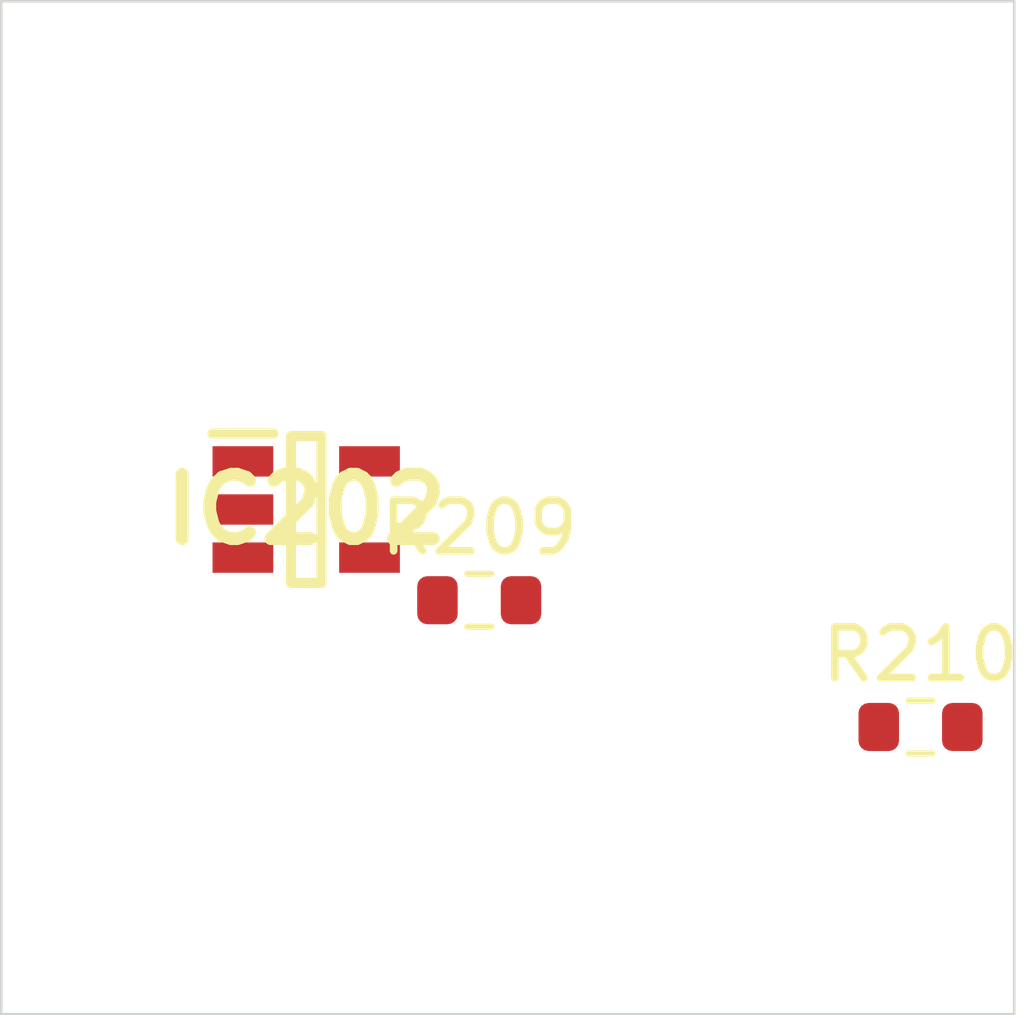
<source format=kicad_pcb>
 ( kicad_pcb  ( version 20171130 )
 ( host pcbnew 5.1.12-84ad8e8a86~92~ubuntu18.04.1 )
 ( general  ( thickness 1.6 )
 ( drawings 4 )
 ( tracks 0 )
 ( zones 0 )
 ( modules 3 )
 ( nets 5 )
)
 ( page A4 )
 ( layers  ( 0 F.Cu signal )
 ( 31 B.Cu signal )
 ( 32 B.Adhes user )
 ( 33 F.Adhes user )
 ( 34 B.Paste user )
 ( 35 F.Paste user )
 ( 36 B.SilkS user )
 ( 37 F.SilkS user )
 ( 38 B.Mask user )
 ( 39 F.Mask user )
 ( 40 Dwgs.User user )
 ( 41 Cmts.User user )
 ( 42 Eco1.User user )
 ( 43 Eco2.User user )
 ( 44 Edge.Cuts user )
 ( 45 Margin user )
 ( 46 B.CrtYd user )
 ( 47 F.CrtYd user )
 ( 48 B.Fab user )
 ( 49 F.Fab user )
)
 ( setup  ( last_trace_width 0.25 )
 ( trace_clearance 0.2 )
 ( zone_clearance 0.508 )
 ( zone_45_only no )
 ( trace_min 0.2 )
 ( via_size 0.8 )
 ( via_drill 0.4 )
 ( via_min_size 0.4 )
 ( via_min_drill 0.3 )
 ( uvia_size 0.3 )
 ( uvia_drill 0.1 )
 ( uvias_allowed no )
 ( uvia_min_size 0.2 )
 ( uvia_min_drill 0.1 )
 ( edge_width 0.05 )
 ( segment_width 0.2 )
 ( pcb_text_width 0.3 )
 ( pcb_text_size 1.5 1.5 )
 ( mod_edge_width 0.12 )
 ( mod_text_size 1 1 )
 ( mod_text_width 0.15 )
 ( pad_size 1.524 1.524 )
 ( pad_drill 0.762 )
 ( pad_to_mask_clearance 0 )
 ( aux_axis_origin 0 0 )
 ( visible_elements FFFFFF7F )
 ( pcbplotparams  ( layerselection 0x010fc_ffffffff )
 ( usegerberextensions false )
 ( usegerberattributes true )
 ( usegerberadvancedattributes true )
 ( creategerberjobfile true )
 ( excludeedgelayer true )
 ( linewidth 0.100000 )
 ( plotframeref false )
 ( viasonmask false )
 ( mode 1 )
 ( useauxorigin false )
 ( hpglpennumber 1 )
 ( hpglpenspeed 20 )
 ( hpglpendiameter 15.000000 )
 ( psnegative false )
 ( psa4output false )
 ( plotreference true )
 ( plotvalue true )
 ( plotinvisibletext false )
 ( padsonsilk false )
 ( subtractmaskfromsilk false )
 ( outputformat 1 )
 ( mirror false )
 ( drillshape 1 )
 ( scaleselection 1 )
 ( outputdirectory "" )
)
)
 ( net 0 "" )
 ( net 1 GND )
 ( net 2 VDDA )
 ( net 3 /Sheet6235D886/vp )
 ( net 4 "Net-(IC202-Pad3)" )
 ( net_class Default "This is the default net class."  ( clearance 0.2 )
 ( trace_width 0.25 )
 ( via_dia 0.8 )
 ( via_drill 0.4 )
 ( uvia_dia 0.3 )
 ( uvia_drill 0.1 )
 ( add_net /Sheet6235D886/vp )
 ( add_net GND )
 ( add_net "Net-(IC202-Pad3)" )
 ( add_net VDDA )
)
 ( module SOT95P280X145-5N locked  ( layer F.Cu )
 ( tedit 62336ED7 )
 ( tstamp 623423ED )
 ( at 86.020900 110.035000 )
 ( descr DBV0005A )
 ( tags "Integrated Circuit" )
 ( path /6235D887/6266C08E )
 ( attr smd )
 ( fp_text reference IC202  ( at 0 0 )
 ( layer F.SilkS )
 ( effects  ( font  ( size 1.27 1.27 )
 ( thickness 0.254 )
)
)
)
 ( fp_text value TL071HIDBVR  ( at 0 0 )
 ( layer F.SilkS )
hide  ( effects  ( font  ( size 1.27 1.27 )
 ( thickness 0.254 )
)
)
)
 ( fp_line  ( start -1.85 -1.5 )
 ( end -0.65 -1.5 )
 ( layer F.SilkS )
 ( width 0.2 )
)
 ( fp_line  ( start -0.3 1.45 )
 ( end -0.3 -1.45 )
 ( layer F.SilkS )
 ( width 0.2 )
)
 ( fp_line  ( start 0.3 1.45 )
 ( end -0.3 1.45 )
 ( layer F.SilkS )
 ( width 0.2 )
)
 ( fp_line  ( start 0.3 -1.45 )
 ( end 0.3 1.45 )
 ( layer F.SilkS )
 ( width 0.2 )
)
 ( fp_line  ( start -0.3 -1.45 )
 ( end 0.3 -1.45 )
 ( layer F.SilkS )
 ( width 0.2 )
)
 ( fp_line  ( start -0.8 -0.5 )
 ( end 0.15 -1.45 )
 ( layer Dwgs.User )
 ( width 0.1 )
)
 ( fp_line  ( start -0.8 1.45 )
 ( end -0.8 -1.45 )
 ( layer Dwgs.User )
 ( width 0.1 )
)
 ( fp_line  ( start 0.8 1.45 )
 ( end -0.8 1.45 )
 ( layer Dwgs.User )
 ( width 0.1 )
)
 ( fp_line  ( start 0.8 -1.45 )
 ( end 0.8 1.45 )
 ( layer Dwgs.User )
 ( width 0.1 )
)
 ( fp_line  ( start -0.8 -1.45 )
 ( end 0.8 -1.45 )
 ( layer Dwgs.User )
 ( width 0.1 )
)
 ( fp_line  ( start -2.1 1.775 )
 ( end -2.1 -1.775 )
 ( layer Dwgs.User )
 ( width 0.05 )
)
 ( fp_line  ( start 2.1 1.775 )
 ( end -2.1 1.775 )
 ( layer Dwgs.User )
 ( width 0.05 )
)
 ( fp_line  ( start 2.1 -1.775 )
 ( end 2.1 1.775 )
 ( layer Dwgs.User )
 ( width 0.05 )
)
 ( fp_line  ( start -2.1 -1.775 )
 ( end 2.1 -1.775 )
 ( layer Dwgs.User )
 ( width 0.05 )
)
 ( pad 1 smd rect  ( at -1.25 -0.95 90.000000 )
 ( size 0.6 1.2 )
 ( layers F.Cu F.Mask F.Paste )
 ( net 3 /Sheet6235D886/vp )
)
 ( pad 2 smd rect  ( at -1.25 0 90.000000 )
 ( size 0.6 1.2 )
 ( layers F.Cu F.Mask F.Paste )
 ( net 1 GND )
)
 ( pad 3 smd rect  ( at -1.25 0.95 90.000000 )
 ( size 0.6 1.2 )
 ( layers F.Cu F.Mask F.Paste )
 ( net 4 "Net-(IC202-Pad3)" )
)
 ( pad 4 smd rect  ( at 1.25 0.95 90.000000 )
 ( size 0.6 1.2 )
 ( layers F.Cu F.Mask F.Paste )
 ( net 3 /Sheet6235D886/vp )
)
 ( pad 5 smd rect  ( at 1.25 -0.95 90.000000 )
 ( size 0.6 1.2 )
 ( layers F.Cu F.Mask F.Paste )
 ( net 2 VDDA )
)
)
 ( module Resistor_SMD:R_0603_1608Metric  ( layer F.Cu )
 ( tedit 5F68FEEE )
 ( tstamp 62342595 )
 ( at 89.437200 111.826000 )
 ( descr "Resistor SMD 0603 (1608 Metric), square (rectangular) end terminal, IPC_7351 nominal, (Body size source: IPC-SM-782 page 72, https://www.pcb-3d.com/wordpress/wp-content/uploads/ipc-sm-782a_amendment_1_and_2.pdf), generated with kicad-footprint-generator" )
 ( tags resistor )
 ( path /6235D887/623CDBD9 )
 ( attr smd )
 ( fp_text reference R209  ( at 0 -1.43 )
 ( layer F.SilkS )
 ( effects  ( font  ( size 1 1 )
 ( thickness 0.15 )
)
)
)
 ( fp_text value 100k  ( at 0 1.43 )
 ( layer F.Fab )
 ( effects  ( font  ( size 1 1 )
 ( thickness 0.15 )
)
)
)
 ( fp_line  ( start -0.8 0.4125 )
 ( end -0.8 -0.4125 )
 ( layer F.Fab )
 ( width 0.1 )
)
 ( fp_line  ( start -0.8 -0.4125 )
 ( end 0.8 -0.4125 )
 ( layer F.Fab )
 ( width 0.1 )
)
 ( fp_line  ( start 0.8 -0.4125 )
 ( end 0.8 0.4125 )
 ( layer F.Fab )
 ( width 0.1 )
)
 ( fp_line  ( start 0.8 0.4125 )
 ( end -0.8 0.4125 )
 ( layer F.Fab )
 ( width 0.1 )
)
 ( fp_line  ( start -0.237258 -0.5225 )
 ( end 0.237258 -0.5225 )
 ( layer F.SilkS )
 ( width 0.12 )
)
 ( fp_line  ( start -0.237258 0.5225 )
 ( end 0.237258 0.5225 )
 ( layer F.SilkS )
 ( width 0.12 )
)
 ( fp_line  ( start -1.48 0.73 )
 ( end -1.48 -0.73 )
 ( layer F.CrtYd )
 ( width 0.05 )
)
 ( fp_line  ( start -1.48 -0.73 )
 ( end 1.48 -0.73 )
 ( layer F.CrtYd )
 ( width 0.05 )
)
 ( fp_line  ( start 1.48 -0.73 )
 ( end 1.48 0.73 )
 ( layer F.CrtYd )
 ( width 0.05 )
)
 ( fp_line  ( start 1.48 0.73 )
 ( end -1.48 0.73 )
 ( layer F.CrtYd )
 ( width 0.05 )
)
 ( fp_text user %R  ( at 0 0 )
 ( layer F.Fab )
 ( effects  ( font  ( size 0.4 0.4 )
 ( thickness 0.06 )
)
)
)
 ( pad 1 smd roundrect  ( at -0.825 0 )
 ( size 0.8 0.95 )
 ( layers F.Cu F.Mask F.Paste )
 ( roundrect_rratio 0.25 )
 ( net 2 VDDA )
)
 ( pad 2 smd roundrect  ( at 0.825 0 )
 ( size 0.8 0.95 )
 ( layers F.Cu F.Mask F.Paste )
 ( roundrect_rratio 0.25 )
 ( net 4 "Net-(IC202-Pad3)" )
)
 ( model ${KISYS3DMOD}/Resistor_SMD.3dshapes/R_0603_1608Metric.wrl  ( at  ( xyz 0 0 0 )
)
 ( scale  ( xyz 1 1 1 )
)
 ( rotate  ( xyz 0 0 0 )
)
)
)
 ( module Resistor_SMD:R_0603_1608Metric  ( layer F.Cu )
 ( tedit 5F68FEEE )
 ( tstamp 623425A6 )
 ( at 98.150600 114.329000 )
 ( descr "Resistor SMD 0603 (1608 Metric), square (rectangular) end terminal, IPC_7351 nominal, (Body size source: IPC-SM-782 page 72, https://www.pcb-3d.com/wordpress/wp-content/uploads/ipc-sm-782a_amendment_1_and_2.pdf), generated with kicad-footprint-generator" )
 ( tags resistor )
 ( path /6235D887/623CDBDF )
 ( attr smd )
 ( fp_text reference R210  ( at 0 -1.43 )
 ( layer F.SilkS )
 ( effects  ( font  ( size 1 1 )
 ( thickness 0.15 )
)
)
)
 ( fp_text value 100k  ( at 0 1.43 )
 ( layer F.Fab )
 ( effects  ( font  ( size 1 1 )
 ( thickness 0.15 )
)
)
)
 ( fp_line  ( start 1.48 0.73 )
 ( end -1.48 0.73 )
 ( layer F.CrtYd )
 ( width 0.05 )
)
 ( fp_line  ( start 1.48 -0.73 )
 ( end 1.48 0.73 )
 ( layer F.CrtYd )
 ( width 0.05 )
)
 ( fp_line  ( start -1.48 -0.73 )
 ( end 1.48 -0.73 )
 ( layer F.CrtYd )
 ( width 0.05 )
)
 ( fp_line  ( start -1.48 0.73 )
 ( end -1.48 -0.73 )
 ( layer F.CrtYd )
 ( width 0.05 )
)
 ( fp_line  ( start -0.237258 0.5225 )
 ( end 0.237258 0.5225 )
 ( layer F.SilkS )
 ( width 0.12 )
)
 ( fp_line  ( start -0.237258 -0.5225 )
 ( end 0.237258 -0.5225 )
 ( layer F.SilkS )
 ( width 0.12 )
)
 ( fp_line  ( start 0.8 0.4125 )
 ( end -0.8 0.4125 )
 ( layer F.Fab )
 ( width 0.1 )
)
 ( fp_line  ( start 0.8 -0.4125 )
 ( end 0.8 0.4125 )
 ( layer F.Fab )
 ( width 0.1 )
)
 ( fp_line  ( start -0.8 -0.4125 )
 ( end 0.8 -0.4125 )
 ( layer F.Fab )
 ( width 0.1 )
)
 ( fp_line  ( start -0.8 0.4125 )
 ( end -0.8 -0.4125 )
 ( layer F.Fab )
 ( width 0.1 )
)
 ( fp_text user %R  ( at 0 0 )
 ( layer F.Fab )
 ( effects  ( font  ( size 0.4 0.4 )
 ( thickness 0.06 )
)
)
)
 ( pad 2 smd roundrect  ( at 0.825 0 )
 ( size 0.8 0.95 )
 ( layers F.Cu F.Mask F.Paste )
 ( roundrect_rratio 0.25 )
 ( net 1 GND )
)
 ( pad 1 smd roundrect  ( at -0.825 0 )
 ( size 0.8 0.95 )
 ( layers F.Cu F.Mask F.Paste )
 ( roundrect_rratio 0.25 )
 ( net 4 "Net-(IC202-Pad3)" )
)
 ( model ${KISYS3DMOD}/Resistor_SMD.3dshapes/R_0603_1608Metric.wrl  ( at  ( xyz 0 0 0 )
)
 ( scale  ( xyz 1 1 1 )
)
 ( rotate  ( xyz 0 0 0 )
)
)
)
 ( gr_line  ( start 100 100 )
 ( end 100 120 )
 ( layer Edge.Cuts )
 ( width 0.05 )
 ( tstamp 62E770C4 )
)
 ( gr_line  ( start 80 120 )
 ( end 100 120 )
 ( layer Edge.Cuts )
 ( width 0.05 )
 ( tstamp 62E770C0 )
)
 ( gr_line  ( start 80 100 )
 ( end 100 100 )
 ( layer Edge.Cuts )
 ( width 0.05 )
 ( tstamp 6234110C )
)
 ( gr_line  ( start 80 100 )
 ( end 80 120 )
 ( layer Edge.Cuts )
 ( width 0.05 )
)
)

</source>
